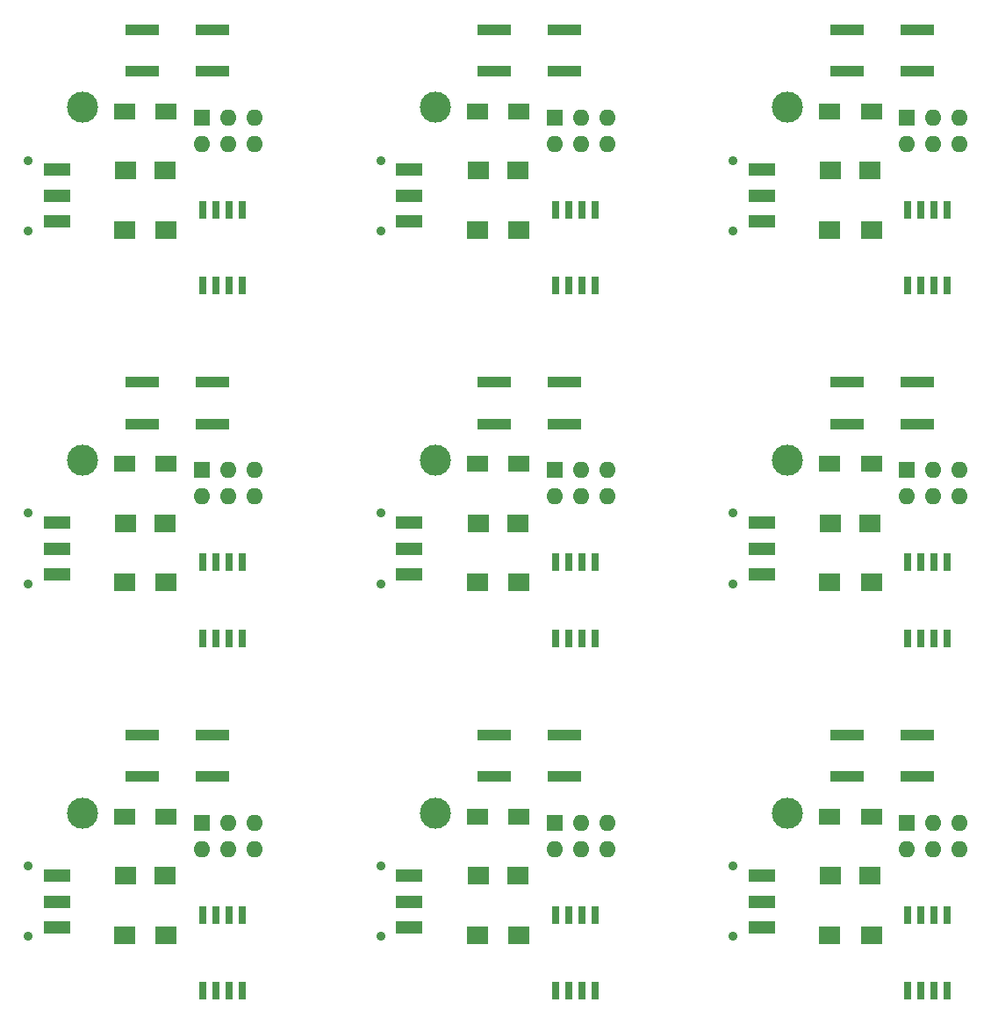
<source format=gts>
%MOIN*%
%OFA0B0*%
%FSLAX46Y46*%
%IPPOS*%
%LPD*%
%ADD10C,0.0039370078740157488*%
%ADD11O,0.062992125984251982X0.062992125984251982*%
%ADD12R,0.062992125984251982X0.062992125984251982*%
%ADD13R,0.12598425196850396X0.03937007874015748*%
%ADD14C,0.035433070866141732*%
%ADD15R,0.0984251968503937X0.047244094488188976*%
%ADD16R,0.025590551181102365X0.066929133858267723*%
%ADD17R,0.07874015748031496X0.0709*%
%ADD18C,0.11811023622047245*%
%ADD19R,0.07874015748031496X0.062992125984251982*%
%ADD20R,0.07874015748031496X0.066929133858267723*%
%ADD31C,0.0039370078740157488*%
%ADD32O,0.062992125984251982X0.062992125984251982*%
%ADD33R,0.062992125984251982X0.062992125984251982*%
%ADD34R,0.12598425196850396X0.03937007874015748*%
%ADD35C,0.035433070866141732*%
%ADD36R,0.0984251968503937X0.047244094488188976*%
%ADD37R,0.025590551181102365X0.066929133858267723*%
%ADD38R,0.07874015748031496X0.0709*%
%ADD39C,0.11811023622047245*%
%ADD40R,0.07874015748031496X0.062992125984251982*%
%ADD41R,0.07874015748031496X0.066929133858267723*%
%ADD42C,0.0039370078740157488*%
%ADD43O,0.062992125984251982X0.062992125984251982*%
%ADD44R,0.062992125984251982X0.062992125984251982*%
%ADD45R,0.12598425196850396X0.03937007874015748*%
%ADD46C,0.035433070866141732*%
%ADD47R,0.0984251968503937X0.047244094488188976*%
%ADD48R,0.025590551181102365X0.066929133858267723*%
%ADD49R,0.07874015748031496X0.0709*%
%ADD50C,0.11811023622047245*%
%ADD51R,0.07874015748031496X0.062992125984251982*%
%ADD52R,0.07874015748031496X0.066929133858267723*%
%ADD53C,0.0039370078740157488*%
%ADD54O,0.062992125984251982X0.062992125984251982*%
%ADD55R,0.062992125984251982X0.062992125984251982*%
%ADD56R,0.12598425196850396X0.03937007874015748*%
%ADD57C,0.035433070866141732*%
%ADD58R,0.0984251968503937X0.047244094488188976*%
%ADD59R,0.025590551181102365X0.066929133858267723*%
%ADD60R,0.07874015748031496X0.0709*%
%ADD61C,0.11811023622047245*%
%ADD62R,0.07874015748031496X0.062992125984251982*%
%ADD63R,0.07874015748031496X0.066929133858267723*%
%ADD64C,0.0039370078740157488*%
%ADD65O,0.062992125984251982X0.062992125984251982*%
%ADD66R,0.062992125984251982X0.062992125984251982*%
%ADD67R,0.12598425196850396X0.03937007874015748*%
%ADD68C,0.035433070866141732*%
%ADD69R,0.0984251968503937X0.047244094488188976*%
%ADD70R,0.025590551181102365X0.066929133858267723*%
%ADD71R,0.07874015748031496X0.0709*%
%ADD72C,0.11811023622047245*%
%ADD73R,0.07874015748031496X0.062992125984251982*%
%ADD74R,0.07874015748031496X0.066929133858267723*%
%ADD75C,0.0039370078740157488*%
%ADD76O,0.062992125984251982X0.062992125984251982*%
%ADD77R,0.062992125984251982X0.062992125984251982*%
%ADD78R,0.12598425196850396X0.03937007874015748*%
%ADD79C,0.035433070866141732*%
%ADD80R,0.0984251968503937X0.047244094488188976*%
%ADD81R,0.025590551181102365X0.066929133858267723*%
%ADD82R,0.07874015748031496X0.0709*%
%ADD83C,0.11811023622047245*%
%ADD84R,0.07874015748031496X0.062992125984251982*%
%ADD85R,0.07874015748031496X0.066929133858267723*%
%ADD86C,0.0039370078740157488*%
%ADD87O,0.062992125984251982X0.062992125984251982*%
%ADD88R,0.062992125984251982X0.062992125984251982*%
%ADD89R,0.12598425196850396X0.03937007874015748*%
%ADD90C,0.035433070866141732*%
%ADD91R,0.0984251968503937X0.047244094488188976*%
%ADD92R,0.025590551181102365X0.066929133858267723*%
%ADD93R,0.07874015748031496X0.0709*%
%ADD94C,0.11811023622047245*%
%ADD95R,0.07874015748031496X0.062992125984251982*%
%ADD96R,0.07874015748031496X0.066929133858267723*%
%ADD97C,0.0039370078740157488*%
%ADD98O,0.062992125984251982X0.062992125984251982*%
%ADD99R,0.062992125984251982X0.062992125984251982*%
%ADD100R,0.12598425196850396X0.03937007874015748*%
%ADD101C,0.035433070866141732*%
%ADD102R,0.0984251968503937X0.047244094488188976*%
%ADD103R,0.025590551181102365X0.066929133858267723*%
%ADD104R,0.07874015748031496X0.0709*%
%ADD105C,0.11811023622047245*%
%ADD106R,0.07874015748031496X0.062992125984251982*%
%ADD107R,0.07874015748031496X0.066929133858267723*%
%ADD108C,0.0039370078740157488*%
%ADD109O,0.062992125984251982X0.062992125984251982*%
%ADD110R,0.062992125984251982X0.062992125984251982*%
%ADD111R,0.12598425196850396X0.03937007874015748*%
%ADD112C,0.035433070866141732*%
%ADD113R,0.0984251968503937X0.047244094488188976*%
%ADD114R,0.025590551181102365X0.066929133858267723*%
%ADD115R,0.07874015748031496X0.0709*%
%ADD116C,0.11811023622047245*%
%ADD117R,0.07874015748031496X0.062992125984251982*%
%ADD118R,0.07874015748031496X0.066929133858267723*%
G01G01*
D10*
D11*
X-0007414173Y0004104330D02*
X0000925196Y0000629921D03*
D12*
X0000925196Y0000729921D03*
D11*
X0001025196Y0000629921D03*
X0001025196Y0000729921D03*
X0001125196Y0000629921D03*
X0001125196Y0000729921D03*
D13*
X0000696850Y0001062992D03*
X0000696850Y0000905511D03*
X0000964566Y0000905511D03*
X0000964566Y0001062992D03*
D14*
X0000265747Y0000299212D03*
D15*
X0000374015Y0000531496D03*
X0000374015Y0000431496D03*
X0000374015Y0000334645D03*
D14*
X0000265747Y0000566929D03*
D16*
X0000928936Y0000092519D03*
X0000978936Y0000092519D03*
X0001028936Y0000092519D03*
X0001078936Y0000092519D03*
X0001078936Y0000379921D03*
X0001028936Y0000379921D03*
X0000978936Y0000379921D03*
X0000928936Y0000379921D03*
D17*
X0000785826Y0000529330D03*
X0000635826Y0000529330D03*
D18*
X0000472440Y0000767716D03*
D19*
X0000789566Y0000754330D03*
X0000632086Y0000754330D03*
D20*
X0000632086Y0000304330D03*
X0000789566Y0000304330D03*
G04 next file*
G04 #@! TF.FileFunction,Soldermask,Top*
G04 Gerber Fmt 4.6, Leading zero omitted, Abs format (unit mm)*
G04 Created by KiCad (PCBNEW 4.0.7) date 01/30/18 20:10:09*
G01G01*
G04 APERTURE LIST*
G04 APERTURE END LIST*
D31*
D32*
X-0007414173Y0005442913D02*
X0000925196Y0001968503D03*
D33*
X0000925196Y0002068503D03*
D32*
X0001025196Y0001968503D03*
X0001025196Y0002068503D03*
X0001125196Y0001968503D03*
X0001125196Y0002068503D03*
D34*
X0000696850Y0002401574D03*
X0000696850Y0002244094D03*
X0000964566Y0002244094D03*
X0000964566Y0002401574D03*
D35*
X0000265747Y0001637795D03*
D36*
X0000374015Y0001870078D03*
X0000374015Y0001770078D03*
X0000374015Y0001673228D03*
D35*
X0000265747Y0001905511D03*
D37*
X0000928936Y0001431102D03*
X0000978936Y0001431102D03*
X0001028936Y0001431102D03*
X0001078936Y0001431102D03*
X0001078936Y0001718503D03*
X0001028936Y0001718503D03*
X0000978936Y0001718503D03*
X0000928936Y0001718503D03*
D38*
X0000785826Y0001867913D03*
X0000635826Y0001867913D03*
D39*
X0000472440Y0002106299D03*
D40*
X0000789566Y0002092913D03*
X0000632086Y0002092913D03*
D41*
X0000632086Y0001642913D03*
X0000789566Y0001642913D03*
G04 next file*
G04 #@! TF.FileFunction,Soldermask,Top*
G04 Gerber Fmt 4.6, Leading zero omitted, Abs format (unit mm)*
G04 Created by KiCad (PCBNEW 4.0.7) date 01/30/18 20:10:09*
G01G01*
G04 APERTURE LIST*
G04 APERTURE END LIST*
D42*
D43*
X-0007414173Y0006781496D02*
X0000925196Y0003307086D03*
D44*
X0000925196Y0003407086D03*
D43*
X0001025196Y0003307086D03*
X0001025196Y0003407086D03*
X0001125196Y0003307086D03*
X0001125196Y0003407086D03*
D45*
X0000696850Y0003740157D03*
X0000696850Y0003582677D03*
X0000964566Y0003582677D03*
X0000964566Y0003740157D03*
D46*
X0000265747Y0002976377D03*
D47*
X0000374015Y0003208661D03*
X0000374015Y0003108661D03*
X0000374015Y0003011811D03*
D46*
X0000265747Y0003244094D03*
D48*
X0000928936Y0002769685D03*
X0000978936Y0002769685D03*
X0001028936Y0002769685D03*
X0001078936Y0002769685D03*
X0001078936Y0003057086D03*
X0001028936Y0003057086D03*
X0000978936Y0003057086D03*
X0000928936Y0003057086D03*
D49*
X0000785826Y0003206496D03*
X0000635826Y0003206496D03*
D50*
X0000472440Y0003444881D03*
D51*
X0000789566Y0003431496D03*
X0000632086Y0003431496D03*
D52*
X0000632086Y0002981496D03*
X0000789566Y0002981496D03*
G04 next file*
G04 #@! TF.FileFunction,Soldermask,Top*
G04 Gerber Fmt 4.6, Leading zero omitted, Abs format (unit mm)*
G04 Created by KiCad (PCBNEW 4.0.7) date 01/30/18 20:10:09*
G01G01*
G04 APERTURE LIST*
G04 APERTURE END LIST*
D53*
D54*
X-0006075590Y0004104330D02*
X0002263779Y0000629921D03*
D55*
X0002263779Y0000729921D03*
D54*
X0002363779Y0000629921D03*
X0002363779Y0000729921D03*
X0002463779Y0000629921D03*
X0002463779Y0000729921D03*
D56*
X0002035432Y0001062992D03*
X0002035432Y0000905511D03*
X0002303149Y0000905511D03*
X0002303149Y0001062992D03*
D57*
X0001604330Y0000299212D03*
D58*
X0001712598Y0000531496D03*
X0001712598Y0000431496D03*
X0001712598Y0000334645D03*
D57*
X0001604330Y0000566929D03*
D59*
X0002267519Y0000092519D03*
X0002317519Y0000092519D03*
X0002367519Y0000092519D03*
X0002417519Y0000092519D03*
X0002417519Y0000379921D03*
X0002367519Y0000379921D03*
X0002317519Y0000379921D03*
X0002267519Y0000379921D03*
D60*
X0002124409Y0000529330D03*
X0001974409Y0000529330D03*
D61*
X0001811023Y0000767716D03*
D62*
X0002128149Y0000754330D03*
X0001970668Y0000754330D03*
D63*
X0001970668Y0000304330D03*
X0002128149Y0000304330D03*
G04 next file*
G04 #@! TF.FileFunction,Soldermask,Top*
G04 Gerber Fmt 4.6, Leading zero omitted, Abs format (unit mm)*
G04 Created by KiCad (PCBNEW 4.0.7) date 01/30/18 20:10:09*
G01G01*
G04 APERTURE LIST*
G04 APERTURE END LIST*
D64*
D65*
X-0004737007Y0004104330D02*
X0003602362Y0000629921D03*
D66*
X0003602362Y0000729921D03*
D65*
X0003702362Y0000629921D03*
X0003702362Y0000729921D03*
X0003802362Y0000629921D03*
X0003802362Y0000729921D03*
D67*
X0003374015Y0001062992D03*
X0003374015Y0000905511D03*
X0003641732Y0000905511D03*
X0003641732Y0001062992D03*
D68*
X0002942913Y0000299212D03*
D69*
X0003051181Y0000531496D03*
X0003051181Y0000431496D03*
X0003051181Y0000334645D03*
D68*
X0002942913Y0000566929D03*
D70*
X0003606102Y0000092519D03*
X0003656102Y0000092519D03*
X0003706102Y0000092519D03*
X0003756102Y0000092519D03*
X0003756102Y0000379921D03*
X0003706102Y0000379921D03*
X0003656102Y0000379921D03*
X0003606102Y0000379921D03*
D71*
X0003462992Y0000529330D03*
X0003312992Y0000529330D03*
D72*
X0003149606Y0000767716D03*
D73*
X0003466732Y0000754330D03*
X0003309251Y0000754330D03*
D74*
X0003309251Y0000304330D03*
X0003466732Y0000304330D03*
G04 next file*
G04 #@! TF.FileFunction,Soldermask,Top*
G04 Gerber Fmt 4.6, Leading zero omitted, Abs format (unit mm)*
G04 Created by KiCad (PCBNEW 4.0.7) date 01/30/18 20:10:09*
G01G01*
G04 APERTURE LIST*
G04 APERTURE END LIST*
D75*
D76*
X-0006075590Y0005442913D02*
X0002263779Y0001968503D03*
D77*
X0002263779Y0002068503D03*
D76*
X0002363779Y0001968503D03*
X0002363779Y0002068503D03*
X0002463779Y0001968503D03*
X0002463779Y0002068503D03*
D78*
X0002035432Y0002401574D03*
X0002035432Y0002244094D03*
X0002303149Y0002244094D03*
X0002303149Y0002401574D03*
D79*
X0001604330Y0001637795D03*
D80*
X0001712598Y0001870078D03*
X0001712598Y0001770078D03*
X0001712598Y0001673228D03*
D79*
X0001604330Y0001905511D03*
D81*
X0002267519Y0001431102D03*
X0002317519Y0001431102D03*
X0002367519Y0001431102D03*
X0002417519Y0001431102D03*
X0002417519Y0001718503D03*
X0002367519Y0001718503D03*
X0002317519Y0001718503D03*
X0002267519Y0001718503D03*
D82*
X0002124409Y0001867913D03*
X0001974409Y0001867913D03*
D83*
X0001811023Y0002106299D03*
D84*
X0002128149Y0002092913D03*
X0001970668Y0002092913D03*
D85*
X0001970668Y0001642913D03*
X0002128149Y0001642913D03*
G04 next file*
G04 #@! TF.FileFunction,Soldermask,Top*
G04 Gerber Fmt 4.6, Leading zero omitted, Abs format (unit mm)*
G04 Created by KiCad (PCBNEW 4.0.7) date 01/30/18 20:10:09*
G01G01*
G04 APERTURE LIST*
G04 APERTURE END LIST*
D86*
D87*
X-0006075590Y0006781496D02*
X0002263779Y0003307086D03*
D88*
X0002263779Y0003407086D03*
D87*
X0002363779Y0003307086D03*
X0002363779Y0003407086D03*
X0002463779Y0003307086D03*
X0002463779Y0003407086D03*
D89*
X0002035432Y0003740157D03*
X0002035432Y0003582677D03*
X0002303149Y0003582677D03*
X0002303149Y0003740157D03*
D90*
X0001604330Y0002976377D03*
D91*
X0001712598Y0003208661D03*
X0001712598Y0003108661D03*
X0001712598Y0003011811D03*
D90*
X0001604330Y0003244094D03*
D92*
X0002267519Y0002769685D03*
X0002317519Y0002769685D03*
X0002367519Y0002769685D03*
X0002417519Y0002769685D03*
X0002417519Y0003057086D03*
X0002367519Y0003057086D03*
X0002317519Y0003057086D03*
X0002267519Y0003057086D03*
D93*
X0002124409Y0003206496D03*
X0001974409Y0003206496D03*
D94*
X0001811023Y0003444881D03*
D95*
X0002128149Y0003431496D03*
X0001970668Y0003431496D03*
D96*
X0001970668Y0002981496D03*
X0002128149Y0002981496D03*
G04 next file*
G04 #@! TF.FileFunction,Soldermask,Top*
G04 Gerber Fmt 4.6, Leading zero omitted, Abs format (unit mm)*
G04 Created by KiCad (PCBNEW 4.0.7) date 01/30/18 20:10:09*
G01G01*
G04 APERTURE LIST*
G04 APERTURE END LIST*
D97*
D98*
X-0004737007Y0005442913D02*
X0003602362Y0001968503D03*
D99*
X0003602362Y0002068503D03*
D98*
X0003702362Y0001968503D03*
X0003702362Y0002068503D03*
X0003802362Y0001968503D03*
X0003802362Y0002068503D03*
D100*
X0003374015Y0002401574D03*
X0003374015Y0002244094D03*
X0003641732Y0002244094D03*
X0003641732Y0002401574D03*
D101*
X0002942913Y0001637795D03*
D102*
X0003051181Y0001870078D03*
X0003051181Y0001770078D03*
X0003051181Y0001673228D03*
D101*
X0002942913Y0001905511D03*
D103*
X0003606102Y0001431102D03*
X0003656102Y0001431102D03*
X0003706102Y0001431102D03*
X0003756102Y0001431102D03*
X0003756102Y0001718503D03*
X0003706102Y0001718503D03*
X0003656102Y0001718503D03*
X0003606102Y0001718503D03*
D104*
X0003462992Y0001867913D03*
X0003312992Y0001867913D03*
D105*
X0003149606Y0002106299D03*
D106*
X0003466732Y0002092913D03*
X0003309251Y0002092913D03*
D107*
X0003309251Y0001642913D03*
X0003466732Y0001642913D03*
G04 next file*
G04 #@! TF.FileFunction,Soldermask,Top*
G04 Gerber Fmt 4.6, Leading zero omitted, Abs format (unit mm)*
G04 Created by KiCad (PCBNEW 4.0.7) date 01/30/18 20:10:09*
G01G01*
G04 APERTURE LIST*
G04 APERTURE END LIST*
D108*
D109*
X-0004737007Y0006781496D02*
X0003602362Y0003307086D03*
D110*
X0003602362Y0003407086D03*
D109*
X0003702362Y0003307086D03*
X0003702362Y0003407086D03*
X0003802362Y0003307086D03*
X0003802362Y0003407086D03*
D111*
X0003374015Y0003740157D03*
X0003374015Y0003582677D03*
X0003641732Y0003582677D03*
X0003641732Y0003740157D03*
D112*
X0002942913Y0002976377D03*
D113*
X0003051181Y0003208661D03*
X0003051181Y0003108661D03*
X0003051181Y0003011811D03*
D112*
X0002942913Y0003244094D03*
D114*
X0003606102Y0002769685D03*
X0003656102Y0002769685D03*
X0003706102Y0002769685D03*
X0003756102Y0002769685D03*
X0003756102Y0003057086D03*
X0003706102Y0003057086D03*
X0003656102Y0003057086D03*
X0003606102Y0003057086D03*
D115*
X0003462992Y0003206496D03*
X0003312992Y0003206496D03*
D116*
X0003149606Y0003444881D03*
D117*
X0003466732Y0003431496D03*
X0003309251Y0003431496D03*
D118*
X0003309251Y0002981496D03*
X0003466732Y0002981496D03*
M02*
</source>
